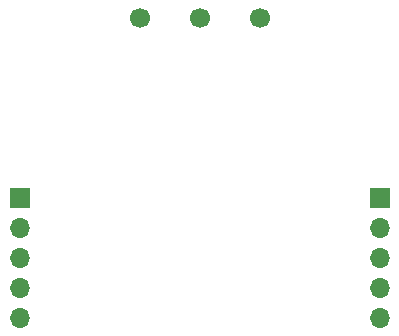
<source format=gbs>
%TF.GenerationSoftware,KiCad,Pcbnew,7.0.2*%
%TF.CreationDate,2023-06-02T21:02:53+10:00*%
%TF.ProjectId,potentiometer-carrier-board,706f7465-6e74-4696-9f6d-657465722d63,rev?*%
%TF.SameCoordinates,Original*%
%TF.FileFunction,Soldermask,Bot*%
%TF.FilePolarity,Negative*%
%FSLAX46Y46*%
G04 Gerber Fmt 4.6, Leading zero omitted, Abs format (unit mm)*
G04 Created by KiCad (PCBNEW 7.0.2) date 2023-06-02 21:02:53*
%MOMM*%
%LPD*%
G01*
G04 APERTURE LIST*
%ADD10R,1.700000X1.700000*%
%ADD11O,1.700000X1.700000*%
%ADD12C,1.700000*%
G04 APERTURE END LIST*
D10*
%TO.C,J1*%
X48260000Y-63500000D03*
D11*
X48260000Y-66040000D03*
X48260000Y-68580000D03*
X48260000Y-71120000D03*
X48260000Y-73660000D03*
%TD*%
D10*
%TO.C,J2*%
X78740000Y-63500000D03*
D11*
X78740000Y-66040000D03*
X78740000Y-68580000D03*
X78740000Y-71120000D03*
X78740000Y-73660000D03*
%TD*%
D12*
%TO.C,J3*%
X58420000Y-48260000D03*
X63500000Y-48260000D03*
X68580000Y-48260000D03*
%TD*%
M02*

</source>
